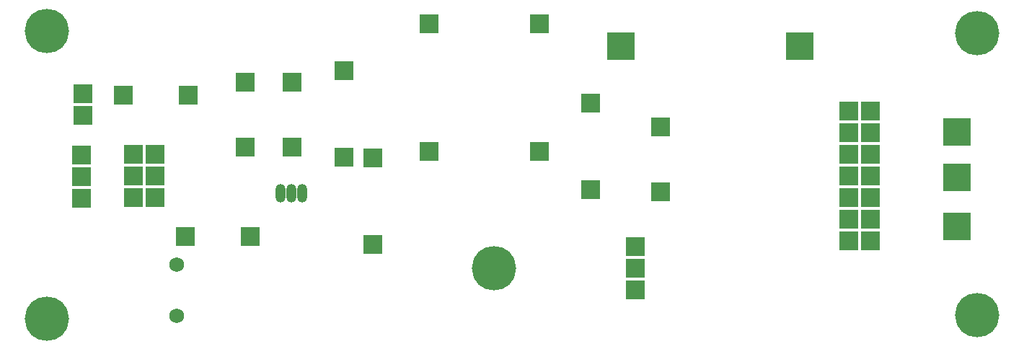
<source format=gts>
%FSTAX25Y25*%
%MOIN*%
%SFA1B1*%

%IPPOS*%
%ADD16R,0.086740X0.086740*%
%ADD17R,0.086740X0.086740*%
%ADD18R,0.126110X0.126110*%
%ADD19O,0.047370X0.086740*%
%ADD20O,0.047370X0.086740*%
%ADD21C,0.204850*%
%ADD22C,0.068000*%
%LNpcb1-1*%
%LPD*%
G54D16*
X018937Y0148819D03*
X0240551D03*
Y0089764D03*
X018937D03*
X010685Y005037D03*
X007685D03*
X0077992Y0115748D03*
X0047992D03*
X0029528Y0116417D03*
Y0106417D03*
G54D17*
X0264173Y0072126D03*
Y0112126D03*
X002874Y0068189D03*
Y0078189D03*
Y0088189D03*
X0125984Y0091693D03*
Y0121693D03*
X0104331Y0091693D03*
Y0121693D03*
X0052598Y0088504D03*
X0062598D03*
X0052598Y0078504D03*
X0062598D03*
X0052598Y0068504D03*
X0062598D03*
X0284646Y0045827D03*
Y0035827D03*
Y0025827D03*
X0296457Y007122D03*
Y0101221D03*
X015Y0127087D03*
Y0087087D03*
X016335Y004687D03*
Y008687D03*
X0393421Y0048559D03*
X0383421D03*
X0393421Y0058559D03*
X0383421D03*
X0393421Y0068559D03*
X0383421D03*
X0393421Y0078559D03*
X0383421D03*
X0393421Y0088559D03*
X0383421D03*
X0393421Y0098559D03*
X0383421D03*
X0393421Y0108559D03*
X0383421D03*
G54D18*
X0277969Y0138559D03*
X0360646D03*
X0433464Y0077953D03*
Y0098819D03*
Y0055118D03*
G54D19*
X013085Y007037D03*
X012085D03*
G54D20*
X012585Y007037D03*
G54D21*
X0219291Y0035827D03*
X0442913Y0014173D03*
Y0144488D03*
X0012598Y0012598D03*
Y0145669D03*
G54D22*
X0072835Y0037402D03*
Y001378D03*
M02*
</source>
